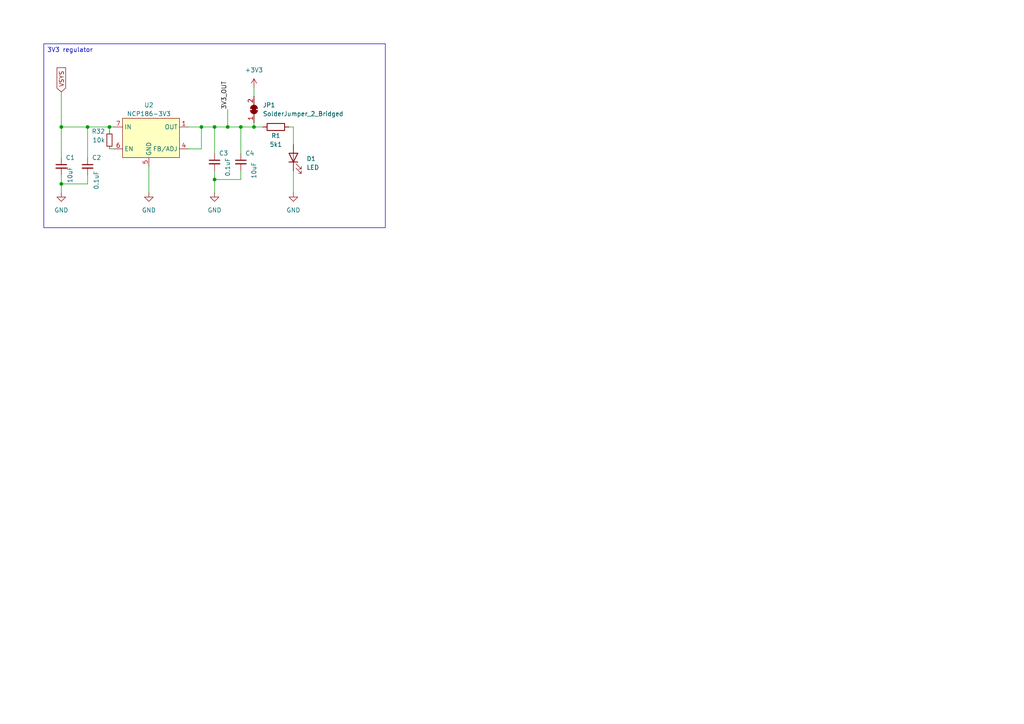
<source format=kicad_sch>
(kicad_sch (version 20231120) (generator "eeschema") (generator_version "8.0")
  (paper "A4")
  (title_block (title "esp32-s3-simple") (date "2023-10-03"))
  (lib_symbols
    (symbol "Custom_lib:NCP186-3V3"
      (property "Reference" "U" (at -1.27 11.43 0))
      (property "Value" "NCP186" (at 0 8.89 0))
      (symbol "NCP186-3V3_1_1"
        (rectangle (start -7.62 7.62) (end 8.89 -3.81) (fill (type background)))
        (pin power_out line (at 11.43 5.08 180) (length 2.54) (name "OUT") (number "1"))
        (pin passive line (at 11.43 5.08 180) (length 2.54) hide (name "OUT") (number "2"))
        (pin input line (at 11.43 -1.27 180) (length 2.54) (name "FB/ADJ") (number "4"))
        (pin power_in line (at 0 -6.35 90) (length 2.54) (name "GND") (number "5"))
        (pin input line (at -10.16 -1.27 0) (length 2.54) (name "EN") (number "6"))
        (pin power_in line (at -10.16 5.08 0) (length 2.54) (name "IN") (number "7"))
        (pin power_in line (at -10.16 5.08 0) (length 2.54) hide (name "IN") (number "8"))
        (pin power_in line (at 0 -6.35 90) (length 2.54) hide (name "GND") (number "EPAD"))
      )
    )
    (symbol "Device:C_Small" (pin_numbers hide) (pin_names (offset 0.254) hide)
      (property "Reference" "C" (at 0.254 1.778 0))
      (property "Value" "C_Small" (at 0.254 -2.032 0))
      (symbol "C_Small_0_1"
        (polyline (pts (xy -1.524 -0.508) (xy 1.524 -0.508)) (stroke (width 0.3302)))
        (polyline (pts (xy -1.524 0.508) (xy 1.524 0.508)) (stroke (width 0.3048)))
      )
      (symbol "C_Small_1_1"
        (pin passive line (at 0 2.54 270) (length 2.032) (name "~") (number "1"))
        (pin passive line (at 0 -2.54 90) (length 2.032) (name "~") (number "2"))
      )
    )
    (symbol "Device:LED" (pin_numbers hide) (pin_names (offset 1.016) hide)
      (property "Reference" "D" (at 0 2.54 0))
      (property "Value" "LED" (at 0 -2.54 0))
      (symbol "LED_0_1"
        (polyline (pts (xy -1.27 -1.27) (xy -1.27 1.27)) (stroke (width 0.254)))
        (polyline (pts (xy -1.27 0) (xy 1.27 0)))
        (polyline (pts (xy 1.27 -1.27) (xy 1.27 1.27) (xy -1.27 0) (xy 1.27 -1.27)) (stroke (width 0.254)))
        (polyline (pts (xy -3.048 -0.762) (xy -4.572 -2.286) (xy -3.81 -2.286) (xy -4.572 -2.286) (xy -4.572 -1.524)))
        (polyline (pts (xy -1.778 -0.762) (xy -3.302 -2.286) (xy -2.54 -2.286) (xy -3.302 -2.286) (xy -3.302 -1.524)))
      )
      (symbol "LED_1_1"
        (pin passive line (at -3.81 0 0) (length 2.54) (name "K") (number "1"))
        (pin passive line (at 3.81 0 180) (length 2.54) (name "A") (number "2"))
      )
    )
    (symbol "Device:R" (pin_numbers hide) (pin_names (offset 0))
      (property "Reference" "R" (at 2.032 0 90))
      (property "Value" "R" (at 0 0 90))
      (symbol "R_0_1"
        (rectangle (start -1.016 -2.54) (end 1.016 2.54) (stroke (width 0.254)))
      )
      (symbol "R_1_1"
        (pin passive line (at 0 3.81 270) (length 1.27) (name "~") (number "1"))
        (pin passive line (at 0 -3.81 90) (length 1.27) (name "~") (number "2"))
      )
    )
    (symbol "Device:R_Small" (pin_numbers hide) (pin_names (offset 0.254) hide)
      (property "Reference" "R" (at 0.762 0.508 0))
      (property "Value" "R_Small" (at 0.762 -1.016 0))
      (symbol "R_Small_0_1"
        (rectangle (start -0.762 1.778) (end 0.762 -1.778) (stroke (width 0.2032)))
      )
      (symbol "R_Small_1_1"
        (pin passive line (at 0 2.54 270) (length 0.762) (name "~") (number "1"))
        (pin passive line (at 0 -2.54 90) (length 0.762) (name "~") (number "2"))
      )
    )
    (symbol "Jumper:SolderJumper_2_Bridged" (pin_names (offset 0) hide)
      (property "Reference" "JP" (at 0 2.032 0))
      (property "Value" "SolderJumper_2_Bridged" (at 0 -2.54 0))
      (symbol "SolderJumper_2_Bridged_0_1"
        (rectangle (start -0.508 0.508) (end 0.508 -0.508) (fill (type outline)))
        (arc (start -0.254 1.016) (mid -1.2656 0) (end -0.254 -1.016))
        (arc (start -0.254 1.016) (mid -1.2656 0) (end -0.254 -1.016) (fill (type outline)))
        (polyline (pts (xy -0.254 1.016) (xy -0.254 -1.016)))
        (polyline (pts (xy 0.254 1.016) (xy 0.254 -1.016)))
        (arc (start 0.254 -1.016) (mid 1.2656 0) (end 0.254 1.016))
        (arc (start 0.254 -1.016) (mid 1.2656 0) (end 0.254 1.016) (fill (type outline)))
      )
      (symbol "SolderJumper_2_Bridged_1_1"
        (pin passive line (at -3.81 0 0) (length 2.54) (name "A") (number "1"))
        (pin passive line (at 3.81 0 180) (length 2.54) (name "B") (number "2"))
      )
    )
    (symbol "power:+3V3" (power) (pin_names (offset 0))
      (property "Value" "+3V3" (at 0 3.556 0))
      (symbol "+3V3_0_1"
        (polyline (pts (xy -0.762 1.27) (xy 0 2.54)))
        (polyline (pts (xy 0 0) (xy 0 2.54)))
        (polyline (pts (xy 0 2.54) (xy 0.762 1.27)))
      )
      (symbol "+3V3_1_1"
        (pin power_in line (at 0 0 90) (length 0) hide (name "+3V3") (number "1"))
      )
    )
    (symbol "power:GND" (power) (pin_names (offset 0))
      (property "Value" "GND" (at 0 -3.81 0))
      (symbol "GND_0_1"
        (polyline (pts (xy 0 0) (xy 0 -1.27) (xy 1.27 -1.27) (xy 0 -2.54) (xy -1.27 -1.27) (xy 0 -1.27)))
      )
      (symbol "GND_1_1"
        (pin power_in line (at 0 0 270) (length 0) hide (name "GND") (number "1"))
      )
    )
  )
  (junction (at 69.85 36.83))
  (junction (at 66.04 36.83))
  (junction (at 31.75 36.83))
  (junction (at 58.42 36.83))
  (junction (at 17.78 53.34))
  (junction (at 17.78 36.83))
  (junction (at 25.4 36.83))
  (junction (at 73.66 36.83))
  (junction (at 62.23 52.07))
  (junction (at 62.23 36.83))
  (wire (pts (xy 85.09 36.83) (xy 83.82 36.83)))
  (wire (pts (xy 54.61 36.83) (xy 58.42 36.83)))
  (wire (pts (xy 54.61 43.18) (xy 58.42 43.18)))
  (wire (pts (xy 73.66 36.83) (xy 76.2 36.83)))
  (wire (pts (xy 31.75 43.18) (xy 33.02 43.18)))
  (wire (pts (xy 25.4 36.83) (xy 25.4 45.72)))
  (wire (pts (xy 17.78 53.34) (xy 17.78 55.88)))
  (wire (pts (xy 17.78 53.34) (xy 25.4 53.34)))
  (wire (pts (xy 17.78 45.72) (xy 17.78 36.83)))
  (wire (pts (xy 73.66 25.4) (xy 73.66 27.94)))
  (wire (pts (xy 17.78 50.8) (xy 17.78 53.34)))
  (wire (pts (xy 58.42 43.18) (xy 58.42 36.83)))
  (wire (pts (xy 62.23 36.83) (xy 62.23 44.45)))
  (wire (pts (xy 66.04 36.83) (xy 69.85 36.83)))
  (wire (pts (xy 69.85 44.45) (xy 69.85 36.83)))
  (wire (pts (xy 31.75 36.83) (xy 31.75 38.1)))
  (wire (pts (xy 58.42 36.83) (xy 62.23 36.83)))
  (wire (pts (xy 62.23 49.53) (xy 62.23 52.07)))
  (wire (pts (xy 69.85 36.83) (xy 73.66 36.83)))
  (wire (pts (xy 17.78 26.67) (xy 17.78 36.83)))
  (wire (pts (xy 25.4 50.8) (xy 25.4 53.34)))
  (wire (pts (xy 17.78 36.83) (xy 25.4 36.83)))
  (wire (pts (xy 43.18 48.26) (xy 43.18 55.88)))
  (wire (pts (xy 66.04 31.75) (xy 66.04 36.83)))
  (wire (pts (xy 31.75 36.83) (xy 33.02 36.83)))
  (wire (pts (xy 73.66 35.56) (xy 73.66 36.83)))
  (wire (pts (xy 62.23 36.83) (xy 66.04 36.83)))
  (wire (pts (xy 85.09 49.53) (xy 85.09 55.88)))
  (wire (pts (xy 62.23 52.07) (xy 69.85 52.07)))
  (wire (pts (xy 85.09 41.91) (xy 85.09 36.83)))
  (wire (pts (xy 62.23 52.07) (xy 62.23 55.88)))
  (wire (pts (xy 25.4 36.83) (xy 31.75 36.83)))
  (wire (pts (xy 69.85 52.07) (xy 69.85 49.53)))
  (text_box "3V3 regulator" (at 12.7 12.7 0) (size 99.06 53.34) (effects (font (size 1.27 1.27)) (justify left top)))
  (label "3V3_OUT" (at 66.04 31.75 90))
  (global_label "VSYS" (shape input) (at 17.78 26.67 90) (property "Intersheetrefs" "${INTERSHEET_REFS}" (effects (hide yes))))
  (symbol (lib_id "Device:C_Small") (at 69.85 46.99 0) (unit 1)
    (property "Reference" "C4" (at 71.12 44.45 0) (effects (justify left)))
    (property "Value" "10uF" (at 73.66 46.99 90) (effects (justify right)))
    (property "Footprint" "Capacitor_SMD:C_1206_3216Metric_Pad1.33x1.80mm_HandSolder" (effects (hide yes)))
    (property "Rating" "50V" (effects (hide yes)))
    (property "Tolerance" "10%" (effects (hide yes)))
    (instances (project "esp32-board" (path "" (reference "C4") (unit 1)) (path "" (reference "C18") (unit 1))) (project "esp32-s3-simple" (path "" (reference "C8") (unit 1))) (project "power" (path "" (reference "C4") (unit 1))))
  )
  (symbol (lib_id "power:GND") (at 43.18 55.88 0) (unit 1)
    (property "Reference" "#PWR02" (effects (hide yes)))
    (property "Value" "GND" (at 43.18 60.96 0))
    (instances (project "esp32-board" (path "" (reference "#PWR02") (unit 1)) (path "" (reference "#PWR041") (unit 1))) (project "esp32-s3-simple" (path "" (reference "#PWR03") (unit 1))) (project "power" (path "" (reference "#PWR02") (unit 1))))
  )
  (symbol (lib_id "power:GND") (at 62.23 55.88 0) (unit 1)
    (property "Reference" "#PWR03" (effects (hide yes)))
    (property "Value" "GND" (at 62.23 60.96 0))
    (instances (project "esp32-board" (path "" (reference "#PWR03") (unit 1)) (path "" (reference "#PWR043") (unit 1))) (project "esp32-s3-simple" (path "" (reference "#PWR05") (unit 1))) (project "power" (path "" (reference "#PWR03") (unit 1))))
  )
  (symbol (lib_id "Custom_lib:NCP186-3V3") (at 43.18 41.91 0) (unit 1)
    (property "Reference" "U2" (at 43.18 30.48 0))
    (property "Value" "NCP186-3V3" (at 43.18 33.02 0))
    (property "Footprint" "Custom:XDFN8" (effects (hide yes)))
    (property "Datasheet" "https://www.onsemi.com/pdf/datasheet/ncp186-d.pdf" (effects (hide yes)))
  )
  (symbol (lib_id "Device:R") (at 80.01 36.83 90) (unit 1)
    (property "Reference" "R1" (at 80.01 39.37 90))
    (property "Value" "5k1" (at 80.01 41.91 90))
    (property "Footprint" "Resistor_SMD:R_1206_3216Metric_Pad1.30x1.75mm_HandSolder" (effects (hide yes)))
    (instances (project "esp32-board" (path "" (reference "R1") (unit 1)) (path "" (reference "R11") (unit 1))) (project "esp32-s3-simple" (path "" (reference "R6") (unit 1))) (project "power" (path "" (reference "R1") (unit 1))))
  )
  (symbol (lib_id "Device:C_Small") (at 62.23 46.99 0) (unit 1)
    (property "Reference" "C3" (at 63.5 44.45 0) (effects (justify left)))
    (property "Value" "0.1uF" (at 66.04 45.72 90) (effects (justify right)))
    (property "Footprint" "Capacitor_SMD:C_0603_1608Metric_Pad1.08x0.95mm_HandSolder" (effects (hide yes)))
    (property "Rating" "50V" (effects (hide yes)))
    (property "Tolerance" "10%" (effects (hide yes)))
    (instances (project "esp32-board" (path "" (reference "C3") (unit 1)) (path "" (reference "C17") (unit 1))) (project "esp32-s3-simple" (path "" (reference "C7") (unit 1))) (project "power" (path "" (reference "C3") (unit 1))))
  )
  (symbol (lib_id "Jumper:SolderJumper_2_Bridged") (at 73.66 31.75 90) (unit 1)
    (property "Reference" "JP1" (at 76.2 30.48 90) (effects (justify right)))
    (property "Value" "SolderJumper_2_Bridged" (at 76.2 33.02 90) (effects (justify right)))
    (property "Footprint" "Jumper:SolderJumper-2_P1.3mm_Bridged2Bar_Pad1.0x1.5mm" (effects (hide yes)))
    (instances (project "esp32-board" (path "" (reference "JP1") (unit 1)) (path "" (reference "JP5") (unit 1))) (project "esp32-s3-simple" (path "" (reference "JP3") (unit 1))) (project "power" (path "" (reference "JP1") (unit 1))))
  )
  (symbol (lib_id "Device:C_Small") (at 17.78 48.26 0) (unit 1)
    (property "Reference" "C1" (at 19.05 45.72 0) (effects (justify left)))
    (property "Value" "10uF" (at 20.32 48.26 90) (effects (justify right)))
    (property "Footprint" "Capacitor_SMD:C_1206_3216Metric_Pad1.33x1.80mm_HandSolder" (effects (hide yes)))
    (property "Rating" "50V" (effects (hide yes)))
    (property "Tolerance" "10%" (effects (hide yes)))
    (instances (project "esp32-board" (path "" (reference "C1") (unit 1)) (path "" (reference "C14") (unit 1))) (project "esp32-s3-simple" (path "" (reference "C1") (unit 1))) (project "power" (path "" (reference "C1") (unit 1))))
  )
  (symbol (lib_id "Device:C_Small") (at 25.4 48.26 0) (unit 1)
    (property "Reference" "C2" (at 26.67 45.72 0) (effects (justify left)))
    (property "Value" "0.1uF" (at 27.94 49.5363 90) (effects (justify right)))
    (property "Footprint" "Capacitor_SMD:C_0603_1608Metric_Pad1.08x0.95mm_HandSolder" (effects (hide yes)))
    (property "Rating" "50V" (effects (hide yes)))
    (property "Tolerance" "10%" (effects (hide yes)))
    (instances (project "esp32-board" (path "" (reference "C2") (unit 1)) (path "" (reference "C15") (unit 1))) (project "esp32-s3-simple" (path "" (reference "C5") (unit 1))) (project "power" (path "" (reference "C2") (unit 1))))
  )
  (symbol (lib_id "Device:LED") (at 85.09 45.72 90) (unit 1)
    (property "Reference" "D1" (at 88.9 46.0375 90) (effects (justify right)))
    (property "Value" "LED" (at 88.9 48.5775 90) (effects (justify right)))
    (property "Footprint" "LED_SMD:LED_0805_2012Metric_Pad1.15x1.40mm_HandSolder" (effects (hide yes)))
    (instances (project "esp32-board" (path "" (reference "D1") (unit 1)) (path "" (reference "D15") (unit 1))) (project "esp32-s3-simple" (path "" (reference "D6") (unit 1))) (project "power" (path "" (reference "D1") (unit 1))))
  )
  (symbol (lib_id "power:GND") (at 17.78 55.88 0) (unit 1)
    (property "Reference" "#PWR01" (effects (hide yes)))
    (property "Value" "GND" (at 17.78 60.96 0))
    (instances (project "esp32-board" (path "" (reference "#PWR01") (unit 1)) (path "" (reference "#PWR039") (unit 1))) (project "esp32-s3-simple" (path "" (reference "#PWR01") (unit 1))) (project "power" (path "" (reference "#PWR01") (unit 1))))
  )
  (symbol (lib_id "Device:R_Small") (at 31.75 40.64 0) (mirror x) (unit 1)
    (property "Reference" "R32" (at 30.48 38.1 0) (effects (justify right)))
    (property "Value" "10k" (at 30.48 40.64 0) (effects (justify right)))
    (property "Footprint" "Resistor_SMD:R_1206_3216Metric_Pad1.30x1.75mm_HandSolder" (effects (hide yes)))
    (instances (project "esp32-board" (path "" (reference "R32") (unit 1))) (project "esp32-s3-simple" (path "" (reference "R1") (unit 1))) (project "power" (path "" (reference "R32") (unit 1))))
  )
  (symbol (lib_id "power:GND") (at 85.09 55.88 0) (unit 1)
    (property "Reference" "#PWR04" (effects (hide yes)))
    (property "Value" "GND" (at 85.09 60.96 0))
    (instances (project "esp32-board" (path "" (reference "#PWR04") (unit 1)) (path "" (reference "#PWR046") (unit 1))) (project "esp32-s3-simple" (path "" (reference "#PWR09") (unit 1))) (project "power" (path "" (reference "#PWR04") (unit 1))))
  )
  (symbol (lib_id "power:+3V3") (at 73.66 25.4 0) (unit 1)
    (property "Reference" "#PWR044" (effects (hide yes)))
    (property "Value" "+3V3" (at 73.66 20.32 0))
    (instances (project "esp32-board" (path "" (reference "#PWR044") (unit 1))) (project "esp32-s3-simple" (path "" (reference "#PWR07") (unit 1))) (project "power" (path "" (reference "#PWR044") (unit 1))))
  )
)
</source>
